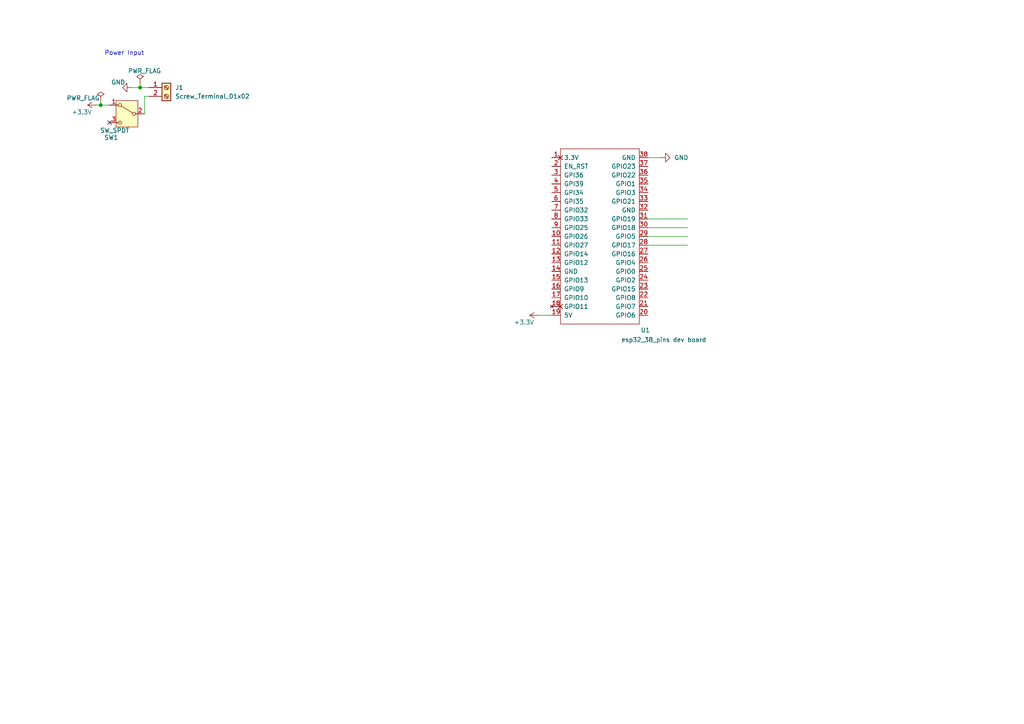
<source format=kicad_sch>
(kicad_sch (version 20250114) (generator "eeschema") (generator_version "9.0")
  (paper "A4")
  (lib_symbols
    (symbol "Connector:Screw_Terminal_01x02" (pin_names (offset 1.016) (hide yes))
      (property "Reference" "J" (at 0 2.54 0))
      (property "Value" "Screw_Terminal_01x02" (at 0 -5.08 0))
      (symbol "Screw_Terminal_01x02_1_1"
        (rectangle (start -1.27 1.27) (end 1.27 -3.81) (stroke (width 0.254)) (fill (type background)))
        (polyline (pts (xy -0.5334 0.3302) (xy 0.3302 -0.508)) (stroke (width 0.1524)))
        (polyline (pts (xy -0.5334 -2.2098) (xy 0.3302 -3.048)) (stroke (width 0.1524)))
        (polyline (pts (xy -0.3556 0.508) (xy 0.508 -0.3302)) (stroke (width 0.1524)))
        (polyline (pts (xy -0.3556 -2.032) (xy 0.508 -2.8702)) (stroke (width 0.1524)))
        (circle (center 0 0) (radius 0.635) (stroke (width 0.1524)))
        (circle (center 0 -2.54) (radius 0.635) (stroke (width 0.1524)))
        (pin passive line (at -5.08 0 0) (length 3.81) (name "Pin_1") (number "1"))
        (pin passive line (at -5.08 -2.54 0) (length 3.81) (name "Pin_2") (number "2"))
      )
    )
    (symbol "Switch:SW_SPDT" (pin_names (offset 0) (hide yes))
      (property "Reference" "SW" (at 0 5.08 0))
      (property "Value" "SW_SPDT" (at 0 -5.08 0))
      (symbol "SW_SPDT_0_1"
        (circle (center -2.032 0) (radius 0.4572))
        (polyline (pts (xy -1.651 0.254) (xy 1.651 2.286)))
        (circle (center 2.032 2.54) (radius 0.4572))
        (circle (center 2.032 -2.54) (radius 0.4572))
      )
      (symbol "SW_SPDT_1_1"
        (rectangle (start -3.175 3.81) (end 3.175 -3.81) (fill (type background)))
        (pin passive line (at -5.08 0 0) (length 2.54) (name "B") (number "2"))
        (pin passive line (at 5.08 2.54 180) (length 2.54) (name "A") (number "1"))
        (pin passive line (at 5.08 -2.54 180) (length 2.54) (name "C") (number "3"))
      )
    )
    (symbol "mighty_esp32_38_pins-custom_library:esp32_38_pins-custom_library" (pin_names (offset 1.016))
      (property "Reference" "U" (at -1.27 8.89 0))
      (property "Value" "esp32_38_pins-custom_library" (at 12.7 -44.45 0))
      (property "Footprint" "esp32_lora_v2:esp32_devkitv4_38pin" (at 10.16 -45.72 0))
      (property "Datasheet" "https://docs.espressif.com/projects/esp-idf/en/latest/get-started/get-started-devkitc.html" (at 0 0 0))
      (symbol "esp32_38_pins-custom_library_0_1"
        (rectangle (start -2.54 7.62) (end 20.32 -43.18))
      )
      (symbol "esp32_38_pins-custom_library_1_1"
        (pin power_out non_logic (at -5.08 5.08 0) (length 2.54) (name "3.3V") (number "1"))
        (pin bidirectional line (at -5.08 2.54 0) (length 2.54) (name "EN_RST") (number "2"))
        (pin input line (at -5.08 0 0) (length 2.54) (name "GPI36") (number "3"))
        (pin input line (at -5.08 -2.54 0) (length 2.54) (name "GPI39") (number "4"))
        (pin input line (at -5.08 -5.08 0) (length 2.54) (name "GPI34") (number "5"))
        (pin input line (at -5.08 -7.62 0) (length 2.54) (name "GPI35") (number "6"))
        (pin bidirectional line (at -5.08 -10.16 0) (length 2.54) (name "GPIO32") (number "7"))
        (pin bidirectional line (at -5.08 -12.7 0) (length 2.54) (name "GPIO33") (number "8"))
        (pin bidirectional line (at -5.08 -15.24 0) (length 2.54) (name "GPIO25") (number "9"))
        (pin bidirectional line (at -5.08 -17.78 0) (length 2.54) (name "GPIO26") (number "10"))
        (pin bidirectional line (at -5.08 -20.32 0) (length 2.54) (name "GPIO27") (number "11"))
        (pin bidirectional line (at -5.08 -22.86 0) (length 2.54) (name "GPIO14") (number "12"))
        (pin bidirectional line (at -5.08 -25.4 0) (length 2.54) (name "GPIO12") (number "13"))
        (pin power_in line (at -5.08 -27.94 0) (length 2.54) (name "GND") (number "14"))
        (pin bidirectional line (at -5.08 -30.48 0) (length 2.54) (name "GPIO13") (number "15"))
        (pin bidirectional line (at -5.08 -33.02 0) (length 2.54) (name "GPIO9") (number "16"))
        (pin bidirectional line (at -5.08 -35.56 0) (length 2.54) (name "GPIO10") (number "17"))
        (pin no_connect non_logic (at -5.08 -38.1 0) (length 2.54) (name "GPIO11") (number "18"))
        (pin power_in line (at -5.08 -40.64 0) (length 2.54) (name "5V") (number "19"))
        (pin passive line (at 22.86 5.08 180) (length 2.54) (name "GND") (number "38"))
        (pin bidirectional line (at 22.86 2.54 180) (length 2.54) (name "GPIO23") (number "37"))
        (pin bidirectional line (at 22.86 0 180) (length 2.54) (name "GPIO22") (number "36"))
        (pin bidirectional line (at 22.86 -2.54 180) (length 2.54) (name "GPIO1") (number "35"))
        (pin bidirectional line (at 22.86 -5.08 180) (length 2.54) (name "GPIO3") (number "34"))
        (pin bidirectional line (at 22.86 -7.62 180) (length 2.54) (name "GPIO21") (number "33"))
        (pin tri_state line (at 22.86 -10.16 180) (length 2.54) (name "GND") (number "32"))
        (pin bidirectional line (at 22.86 -12.7 180) (length 2.54) (name "GPIO19") (number "31"))
        (pin bidirectional line (at 22.86 -15.24 180) (length 2.54) (name "GPIO18") (number "30"))
        (pin bidirectional line (at 22.86 -17.78 180) (length 2.54) (name "GPIO5") (number "29"))
        (pin bidirectional line (at 22.86 -20.32 180) (length 2.54) (name "GPIO17") (number "28"))
        (pin bidirectional line (at 22.86 -22.86 180) (length 2.54) (name "GPIO16") (number "27"))
        (pin bidirectional line (at 22.86 -25.4 180) (length 2.54) (name "GPIO4") (number "26"))
        (pin bidirectional line (at 22.86 -27.94 180) (length 2.54) (name "GPIO0") (number "25"))
        (pin bidirectional line (at 22.86 -30.48 180) (length 2.54) (name "GPIO2") (number "24"))
        (pin bidirectional line (at 22.86 -33.02 180) (length 2.54) (name "GPIO15") (number "23"))
        (pin bidirectional line (at 22.86 -35.56 180) (length 2.54) (name "GPIO8") (number "22"))
        (pin bidirectional line (at 22.86 -38.1 180) (length 2.54) (name "GPIO7") (number "21"))
        (pin bidirectional line (at 22.86 -40.64 180) (length 2.54) (name "GPIO6") (number "20"))
      )
    )
    (symbol "power:+3.3V" (power) (pin_numbers (hide yes)) (pin_names (offset 0) (hide yes))
      (property "Value" "+3.3V" (at 0 3.556 0))
      (symbol "+3.3V_0_1"
        (polyline (pts (xy -0.762 1.27) (xy 0 2.54)))
        (polyline (pts (xy 0 2.54) (xy 0.762 1.27)))
        (polyline (pts (xy 0 0) (xy 0 2.54)))
      )
      (symbol "+3.3V_1_1"
        (pin power_in line (at 0 0 90) (length 0) (name "~") (number "1"))
      )
    )
    (symbol "power:GND" (power) (pin_numbers (hide yes)) (pin_names (offset 0) (hide yes))
      (property "Value" "GND" (at 0 -3.81 0))
      (symbol "GND_0_1"
        (polyline (pts (xy 0 0) (xy 0 -1.27) (xy 1.27 -1.27) (xy 0 -2.54) (xy -1.27 -1.27) (xy 0 -1.27)))
      )
      (symbol "GND_1_1"
        (pin power_in line (at 0 0 270) (length 0) (name "~") (number "1"))
      )
    )
    (symbol "power:PWR_FLAG" (power) (pin_numbers (hide yes)) (pin_names (offset 0) (hide yes))
      (property "Value" "PWR_FLAG" (at 0 3.81 0))
      (symbol "PWR_FLAG_0_0"
        (pin power_out line (at 0 0 90) (length 0) (name "~") (number "1"))
      )
      (symbol "PWR_FLAG_0_1"
        (polyline (pts (xy 0 0) (xy 0 1.27) (xy -1.016 1.905) (xy 0 2.54) (xy 1.016 1.905) (xy 0 1.27)))
      )
    )
  )
  (text "Power Input\n" (at 36.068 15.494 0) (effects (font (size 1.27 1.27))))
  (junction (at 40.64 25.4))
  (junction (at 29.21 30.48))
  (no_connect (at 31.75 35.56))
  (wire (pts (xy 38.1 25.4) (xy 40.64 25.4)))
  (wire (pts (xy 156.21 91.44) (xy 160.02 91.44)))
  (wire (pts (xy 29.21 29.21) (xy 29.21 30.48)))
  (wire (pts (xy 187.96 71.12) (xy 199.39 71.12)))
  (wire (pts (xy 187.96 66.04) (xy 199.39 66.04)))
  (wire (pts (xy 41.91 33.02) (xy 41.91 27.94)))
  (wire (pts (xy 187.96 68.58) (xy 199.39 68.58)))
  (wire (pts (xy 41.91 27.94) (xy 43.18 27.94)))
  (wire (pts (xy 187.96 63.5) (xy 199.39 63.5)))
  (wire (pts (xy 27.94 30.48) (xy 29.21 30.48)))
  (wire (pts (xy 40.64 25.4) (xy 43.18 25.4)))
  (wire (pts (xy 29.21 30.48) (xy 31.75 30.48)))
  (wire (pts (xy 40.64 24.13) (xy 40.64 25.4)))
  (wire (pts (xy 187.96 45.72) (xy 191.77 45.72)))
  (symbol (lib_id "power:+3.3V") (at 27.94 30.48 90) (unit 1)
    (property "Reference" "#PWR02" (effects (hide yes)))
    (property "Value" "+3.3V" (at 26.67 32.512 90) (effects (justify left)))
    (property "Description" "Power symbol creates a global label with name \"+3.3V\"" (effects (hide yes)))
  )
  (symbol (lib_id "power:GND") (at 38.1 25.4 270) (unit 1)
    (property "Reference" "#PWR01" (effects (hide yes)))
    (property "Value" "GND" (at 36.322 23.876 90) (effects (justify right)))
    (property "Description" "Power symbol creates a global label with name \"GND\" , ground" (effects (hide yes)))
  )
  (symbol (lib_id "power:GND") (at 191.77 45.72 90) (unit 1)
    (property "Reference" "#PWR04" (effects (hide yes)))
    (property "Value" "GND" (at 195.58 45.7199 90) (effects (justify right)))
    (property "Description" "Power symbol creates a global label with name \"GND\" , ground" (effects (hide yes)))
  )
  (symbol (lib_id "mighty_esp32_38_pins-custom_library:esp32_38_pins-custom_library") (at 165.1 50.8 0) (unit 1)
    (property "Reference" "U1" (at 187.198 95.758 0))
    (property "Value" "esp32_38_pins dev board" (at 192.532 98.552 0))
    (property "Footprint" "esp32_lora_v2:esp32_devkitv4_38pin" (effects (hide yes)))
    (property "Datasheet" "https://docs.espressif.com/projects/esp-idf/en/latest/get-started/get-started-devkitc.html" (effects (hide yes)))
  )
  (symbol (lib_id "power:PWR_FLAG") (at 40.64 24.13 0) (unit 1)
    (property "Reference" "#FLG01" (effects (hide yes)))
    (property "Value" "PWR_FLAG" (at 41.91 20.574 0))
    (property "Description" "Special symbol for telling ERC where power comes from" (effects (hide yes)))
  )
  (symbol (lib_id "power:+3.3V") (at 156.21 91.44 90) (unit 1)
    (property "Reference" "#PWR03" (effects (hide yes)))
    (property "Value" "+3.3V" (at 154.94 93.472 90) (effects (justify left)))
    (property "Description" "Power symbol creates a global label with name \"+3.3V\"" (effects (hide yes)))
  )
  (symbol (lib_id "power:PWR_FLAG") (at 29.21 29.21 0) (unit 1)
    (property "Reference" "#FLG02" (effects (hide yes)))
    (property "Value" "PWR_FLAG" (at 19.304 28.448 0) (effects (justify left)))
    (property "Description" "Special symbol for telling ERC where power comes from" (effects (hide yes)))
  )
  (symbol (lib_id "Connector:Screw_Terminal_01x02") (at 48.26 25.4 0) (unit 1)
    (property "Reference" "J1" (at 50.8 25.3999 0) (effects (justify left)))
    (property "Value" "Screw_Terminal_01x02" (at 50.8 27.9399 0) (effects (justify left)))
    (property "Description" "Generic screw terminal, single row, 01x02, script generated (kicad-library-utils/schlib/autogen/connector/)" (effects (hide yes)))
  )
  (symbol (lib_id "Switch:SW_SPDT") (at 36.83 33.02 0) (mirror y) (unit 1)
    (property "Reference" "SW1" (at 32.258 39.878 0))
    (property "Value" "SW_SPDT" (at 33.274 37.846 0))
    (property "Footprint" "Button_Switch_THT:SW_Slide_SPDT_Angled_CK_OS102011MA1Q" (effects (hide yes)))
    (property "Description" "Switch, single pole double throw" (effects (hide yes)))
  )
)
</source>
